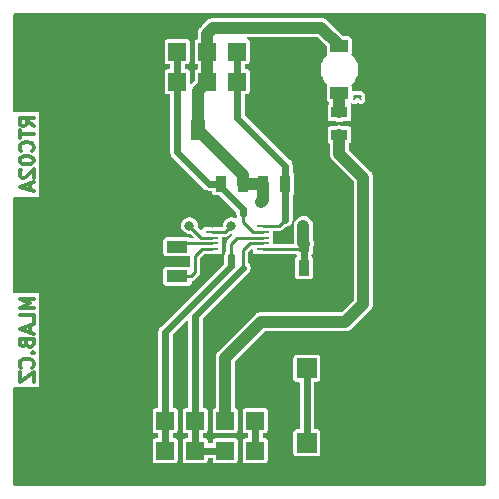
<source format=gbr>
%TF.GenerationSoftware,KiCad,Pcbnew,7.0.7-7.0.7~ubuntu23.04.1*%
%TF.CreationDate,2023-09-17T09:32:36+00:00*%
%TF.ProjectId,RTC02,52544330-322e-46b6-9963-61645f706362,rev?*%
%TF.SameCoordinates,Original*%
%TF.FileFunction,Copper,L2,Bot*%
%TF.FilePolarity,Positive*%
%FSLAX46Y46*%
G04 Gerber Fmt 4.6, Leading zero omitted, Abs format (unit mm)*
G04 Created by KiCad (PCBNEW 7.0.7-7.0.7~ubuntu23.04.1) date 2023-09-17 09:32:36*
%MOMM*%
%LPD*%
G01*
G04 APERTURE LIST*
%ADD10C,0.300000*%
%TA.AperFunction,NonConductor*%
%ADD11C,0.300000*%
%TD*%
%TA.AperFunction,EtchedComponent*%
%ADD12C,0.150000*%
%TD*%
%TA.AperFunction,ComponentPad*%
%ADD13R,1.524000X1.524000*%
%TD*%
%TA.AperFunction,ComponentPad*%
%ADD14C,6.000000*%
%TD*%
%TA.AperFunction,ComponentPad*%
%ADD15R,1.676400X1.676400*%
%TD*%
%TA.AperFunction,SMDPad,CuDef*%
%ADD16R,0.889000X1.397000*%
%TD*%
%TA.AperFunction,SMDPad,CuDef*%
%ADD17R,1.300480X1.699260*%
%TD*%
%TA.AperFunction,SMDPad,CuDef*%
%ADD18R,1.500000X1.050000*%
%TD*%
%TA.AperFunction,SMDPad,CuDef*%
%ADD19R,1.397000X0.889000*%
%TD*%
%TA.AperFunction,SMDPad,CuDef*%
%ADD20R,1.100000X0.250000*%
%TD*%
%TA.AperFunction,SMDPad,CuDef*%
%ADD21R,1.800000X1.000000*%
%TD*%
%TA.AperFunction,ViaPad*%
%ADD22C,0.800000*%
%TD*%
%TA.AperFunction,Conductor*%
%ADD23C,0.250000*%
%TD*%
%TA.AperFunction,Conductor*%
%ADD24C,0.600000*%
%TD*%
%TA.AperFunction,Conductor*%
%ADD25C,1.000000*%
%TD*%
G04 APERTURE END LIST*
D10*
D11*
X2063542Y16157142D02*
X863542Y16157142D01*
X863542Y16157142D02*
X1720685Y15757142D01*
X1720685Y15757142D02*
X863542Y15357142D01*
X863542Y15357142D02*
X2063542Y15357142D01*
X2063542Y14214285D02*
X2063542Y14785713D01*
X2063542Y14785713D02*
X863542Y14785713D01*
X1720685Y13871427D02*
X1720685Y13299999D01*
X2063542Y13985713D02*
X863542Y13585713D01*
X863542Y13585713D02*
X2063542Y13185713D01*
X1434971Y12385713D02*
X1492114Y12214285D01*
X1492114Y12214285D02*
X1549257Y12157142D01*
X1549257Y12157142D02*
X1663542Y12099999D01*
X1663542Y12099999D02*
X1834971Y12099999D01*
X1834971Y12099999D02*
X1949257Y12157142D01*
X1949257Y12157142D02*
X2006400Y12214285D01*
X2006400Y12214285D02*
X2063542Y12328570D01*
X2063542Y12328570D02*
X2063542Y12785713D01*
X2063542Y12785713D02*
X863542Y12785713D01*
X863542Y12785713D02*
X863542Y12385713D01*
X863542Y12385713D02*
X920685Y12271428D01*
X920685Y12271428D02*
X977828Y12214285D01*
X977828Y12214285D02*
X1092114Y12157142D01*
X1092114Y12157142D02*
X1206400Y12157142D01*
X1206400Y12157142D02*
X1320685Y12214285D01*
X1320685Y12214285D02*
X1377828Y12271428D01*
X1377828Y12271428D02*
X1434971Y12385713D01*
X1434971Y12385713D02*
X1434971Y12785713D01*
X1949257Y11585713D02*
X2006400Y11528570D01*
X2006400Y11528570D02*
X2063542Y11585713D01*
X2063542Y11585713D02*
X2006400Y11642856D01*
X2006400Y11642856D02*
X1949257Y11585713D01*
X1949257Y11585713D02*
X2063542Y11585713D01*
X1949257Y10328570D02*
X2006400Y10385713D01*
X2006400Y10385713D02*
X2063542Y10557141D01*
X2063542Y10557141D02*
X2063542Y10671427D01*
X2063542Y10671427D02*
X2006400Y10842856D01*
X2006400Y10842856D02*
X1892114Y10957141D01*
X1892114Y10957141D02*
X1777828Y11014284D01*
X1777828Y11014284D02*
X1549257Y11071427D01*
X1549257Y11071427D02*
X1377828Y11071427D01*
X1377828Y11071427D02*
X1149257Y11014284D01*
X1149257Y11014284D02*
X1034971Y10957141D01*
X1034971Y10957141D02*
X920685Y10842856D01*
X920685Y10842856D02*
X863542Y10671427D01*
X863542Y10671427D02*
X863542Y10557141D01*
X863542Y10557141D02*
X920685Y10385713D01*
X920685Y10385713D02*
X977828Y10328570D01*
X863542Y9928570D02*
X863542Y9128570D01*
X863542Y9128570D02*
X2063542Y9928570D01*
X2063542Y9928570D02*
X2063542Y9128570D01*
D10*
D11*
X2063542Y30790856D02*
X1492114Y31190856D01*
X2063542Y31476570D02*
X863542Y31476570D01*
X863542Y31476570D02*
X863542Y31019427D01*
X863542Y31019427D02*
X920685Y30905142D01*
X920685Y30905142D02*
X977828Y30847999D01*
X977828Y30847999D02*
X1092114Y30790856D01*
X1092114Y30790856D02*
X1263542Y30790856D01*
X1263542Y30790856D02*
X1377828Y30847999D01*
X1377828Y30847999D02*
X1434971Y30905142D01*
X1434971Y30905142D02*
X1492114Y31019427D01*
X1492114Y31019427D02*
X1492114Y31476570D01*
X863542Y30447999D02*
X863542Y29762285D01*
X2063542Y30105142D02*
X863542Y30105142D01*
X1949257Y28676570D02*
X2006400Y28733713D01*
X2006400Y28733713D02*
X2063542Y28905141D01*
X2063542Y28905141D02*
X2063542Y29019427D01*
X2063542Y29019427D02*
X2006400Y29190856D01*
X2006400Y29190856D02*
X1892114Y29305141D01*
X1892114Y29305141D02*
X1777828Y29362284D01*
X1777828Y29362284D02*
X1549257Y29419427D01*
X1549257Y29419427D02*
X1377828Y29419427D01*
X1377828Y29419427D02*
X1149257Y29362284D01*
X1149257Y29362284D02*
X1034971Y29305141D01*
X1034971Y29305141D02*
X920685Y29190856D01*
X920685Y29190856D02*
X863542Y29019427D01*
X863542Y29019427D02*
X863542Y28905141D01*
X863542Y28905141D02*
X920685Y28733713D01*
X920685Y28733713D02*
X977828Y28676570D01*
X863542Y27933713D02*
X863542Y27819427D01*
X863542Y27819427D02*
X920685Y27705141D01*
X920685Y27705141D02*
X977828Y27647999D01*
X977828Y27647999D02*
X1092114Y27590856D01*
X1092114Y27590856D02*
X1320685Y27533713D01*
X1320685Y27533713D02*
X1606400Y27533713D01*
X1606400Y27533713D02*
X1834971Y27590856D01*
X1834971Y27590856D02*
X1949257Y27647999D01*
X1949257Y27647999D02*
X2006400Y27705141D01*
X2006400Y27705141D02*
X2063542Y27819427D01*
X2063542Y27819427D02*
X2063542Y27933713D01*
X2063542Y27933713D02*
X2006400Y28047999D01*
X2006400Y28047999D02*
X1949257Y28105141D01*
X1949257Y28105141D02*
X1834971Y28162284D01*
X1834971Y28162284D02*
X1606400Y28219427D01*
X1606400Y28219427D02*
X1320685Y28219427D01*
X1320685Y28219427D02*
X1092114Y28162284D01*
X1092114Y28162284D02*
X977828Y28105141D01*
X977828Y28105141D02*
X920685Y28047999D01*
X920685Y28047999D02*
X863542Y27933713D01*
X977828Y27076570D02*
X920685Y27019427D01*
X920685Y27019427D02*
X863542Y26905142D01*
X863542Y26905142D02*
X863542Y26619427D01*
X863542Y26619427D02*
X920685Y26505142D01*
X920685Y26505142D02*
X977828Y26447999D01*
X977828Y26447999D02*
X1092114Y26390856D01*
X1092114Y26390856D02*
X1206400Y26390856D01*
X1206400Y26390856D02*
X1377828Y26447999D01*
X1377828Y26447999D02*
X2063542Y27133713D01*
X2063542Y27133713D02*
X2063542Y26390856D01*
X1720685Y25933713D02*
X1720685Y25362285D01*
X2063542Y26047999D02*
X863542Y25647999D01*
X863542Y25647999D02*
X2063542Y25247999D01*
D12*
%TO.C,D2*%
X29446220Y33345120D02*
X29751020Y33025080D01*
X29189680Y33337500D02*
X29758640Y33342580D01*
X29461460Y33307020D02*
X29189680Y33032700D01*
%TD*%
D13*
%TO.P,J1,1*%
%TO.N,GND*%
X21844000Y37084000D03*
%TO.P,J1,2*%
X21844000Y34544000D03*
%TO.P,J1,3*%
%TO.N,/SDA*%
X19304000Y37084000D03*
%TO.P,J1,4*%
X19304000Y34544000D03*
%TO.P,J1,5*%
%TO.N,VCC*%
X16764000Y37084000D03*
%TO.P,J1,6*%
X16764000Y34544000D03*
%TO.P,J1,7*%
%TO.N,/SCL*%
X14224000Y37084000D03*
%TO.P,J1,8*%
X14224000Y34544000D03*
%TO.P,J1,9*%
%TO.N,GND*%
X11684000Y37084000D03*
%TO.P,J1,10*%
X11684000Y34544000D03*
%TD*%
%TO.P,J2,1*%
%TO.N,/INTA*%
X18288000Y3302000D03*
%TO.P,J2,2*%
%TO.N,Net-(J2-Pad2)*%
X18288000Y5842000D03*
%TD*%
%TO.P,J3,1*%
%TO.N,/INTA*%
X15748000Y3302000D03*
%TO.P,J3,2*%
X15748000Y5842000D03*
%TD*%
%TO.P,J4,1*%
%TO.N,/CLK*%
X13208000Y3302000D03*
%TO.P,J4,2*%
X13208000Y5842000D03*
%TD*%
%TO.P,J5,1*%
%TO.N,/TS*%
X20828000Y3302000D03*
%TO.P,J5,2*%
X20828000Y5842000D03*
%TD*%
D14*
%TO.P,M1,1*%
%TO.N,GND*%
X5080000Y5080000D03*
%TD*%
%TO.P,M2,1*%
%TO.N,GND*%
X5080000Y35560000D03*
%TD*%
%TO.P,M3,1*%
%TO.N,GND*%
X35560000Y35560000D03*
%TD*%
%TO.P,M4,1*%
%TO.N,GND*%
X35560000Y5080000D03*
%TD*%
D15*
%TO.P,SW1,1*%
%TO.N,/TS*%
X25182000Y3962000D03*
X25182000Y10262000D03*
%TO.P,SW1,2*%
%TO.N,GND*%
X29682000Y3962000D03*
X29682000Y10262000D03*
%TD*%
D13*
%TO.P,J6,1*%
%TO.N,GND*%
X10668000Y3302000D03*
%TO.P,J6,2*%
X10668000Y5842000D03*
%TD*%
D16*
%TO.P,C1,1*%
%TO.N,VCC*%
X24955500Y20828000D03*
%TO.P,C1,2*%
%TO.N,GND*%
X26860500Y20828000D03*
%TD*%
%TO.P,C2,1*%
%TO.N,VCC*%
X24955500Y18796000D03*
%TO.P,C2,2*%
%TO.N,GND*%
X26860500Y18796000D03*
%TD*%
D17*
%TO.P,D1,1*%
%TO.N,VCC*%
X15974060Y30480000D03*
%TO.P,D1,2*%
%TO.N,GND*%
X12473940Y30480000D03*
%TD*%
D18*
%TO.P,D2,1*%
%TO.N,Net-(D2-Pad1)*%
X27940000Y33560000D03*
%TO.P,D2,2*%
%TO.N,VCC*%
X27940000Y37560000D03*
%TD*%
D19*
%TO.P,R1,1*%
%TO.N,Net-(D2-Pad1)*%
X27940000Y31940500D03*
%TO.P,R1,2*%
%TO.N,Net-(J2-Pad2)*%
X27940000Y30035500D03*
%TD*%
D20*
%TO.P,U1,1*%
%TO.N,Net-(U1-Pad1)*%
X17154000Y20336000D03*
%TO.P,U1,2*%
%TO.N,Net-(U1-Pad2)*%
X17154000Y20836000D03*
%TO.P,U1,3*%
%TO.N,Net-(BT1-Pad1)*%
X17154000Y21336000D03*
%TO.P,U1,4*%
%TO.N,/TS*%
X17154000Y21836000D03*
%TO.P,U1,5*%
%TO.N,GND*%
X17154000Y22336000D03*
%TO.P,U1,6*%
%TO.N,/SDA*%
X21454000Y22336000D03*
%TO.P,U1,7*%
%TO.N,/SCL*%
X21454000Y21836000D03*
%TO.P,U1,8*%
%TO.N,/CLK*%
X21454000Y21336000D03*
%TO.P,U1,9*%
%TO.N,/INTA*%
X21454000Y20836000D03*
%TO.P,U1,10*%
%TO.N,VCC*%
X21454000Y20336000D03*
%TD*%
D21*
%TO.P,Y1,1*%
%TO.N,Net-(U1-Pad2)*%
X14224000Y20554000D03*
%TO.P,Y1,2*%
%TO.N,Net-(U1-Pad1)*%
X14224000Y18054000D03*
%TD*%
D16*
%TO.P,R2,1*%
%TO.N,VCC*%
X19812000Y25908000D03*
%TO.P,R2,2*%
%TO.N,/SCL*%
X17907000Y25908000D03*
%TD*%
%TO.P,R3,1*%
%TO.N,VCC*%
X21463000Y25908000D03*
%TO.P,R3,2*%
%TO.N,/SDA*%
X23368000Y25908000D03*
%TD*%
D22*
%TO.N,Net-(BT1-Pad1)*%
X15240000Y22352000D03*
%TO.N,GND*%
X39116000Y19558000D03*
X9144000Y35560000D03*
X27940000Y19812000D03*
X17780000Y23876000D03*
X39116000Y18288000D03*
X12954000Y22352000D03*
X25908000Y23368000D03*
X23876000Y37592000D03*
X9144000Y4572000D03*
X9144000Y37084000D03*
X17272000Y12192000D03*
X16764000Y23876000D03*
X14224000Y16510000D03*
X27940000Y18796000D03*
X16764000Y24892000D03*
X35560000Y17272000D03*
X39116000Y22098000D03*
X24892000Y25908000D03*
X17272000Y13970000D03*
X33020000Y17272000D03*
X34290000Y17272000D03*
X15240000Y23876000D03*
X11938000Y20320000D03*
X26416000Y22352000D03*
X9144000Y5588000D03*
X12700000Y16510000D03*
X39116000Y20828000D03*
X27940000Y22352000D03*
X23876000Y36068000D03*
X38100000Y17272000D03*
X24892000Y24384000D03*
X27940000Y20828000D03*
X36830000Y17272000D03*
X9144000Y3048000D03*
X15240000Y24892000D03*
X12192000Y17526000D03*
X9144000Y34036000D03*
X23876000Y34544000D03*
X11938000Y21590000D03*
X12192000Y19050000D03*
%TO.N,VCC*%
X21336000Y24384000D03*
X24892000Y22352000D03*
%TO.N,/TS*%
X18796000Y22352000D03*
%TD*%
D23*
%TO.N,Net-(BT1-Pad1)*%
X16256000Y21336000D02*
X15240000Y22352000D01*
X17154000Y21336000D02*
X16256000Y21336000D01*
%TO.N,GND*%
X23876000Y36068000D02*
X23876000Y37592000D01*
X17154000Y22336000D02*
X17154000Y23250000D01*
D24*
X9144000Y37084000D02*
X9144000Y35560000D01*
D23*
X25908000Y24384000D02*
X27940000Y22352000D01*
X27940000Y20828000D02*
X27940000Y19812000D01*
X17154000Y23250000D02*
X17780000Y23876000D01*
D24*
X10668000Y5842000D02*
X9398000Y5842000D01*
X9398000Y5842000D02*
X9144000Y5588000D01*
D23*
X33020000Y17272000D02*
X34290000Y17272000D01*
X14478000Y23876000D02*
X12954000Y22352000D01*
X12192000Y17018000D02*
X12700000Y16510000D01*
X17272000Y12192000D02*
X17272000Y13970000D01*
X25908000Y23368000D02*
X25400000Y23876000D01*
X26860500Y20828000D02*
X26860500Y21907500D01*
X35560000Y17272000D02*
X36830000Y17272000D01*
X15240000Y23876000D02*
X14478000Y23876000D01*
X21844000Y34544000D02*
X23876000Y34544000D01*
X24892000Y24384000D02*
X25908000Y24384000D01*
X38100000Y17272000D02*
X39116000Y18288000D01*
X16764000Y23876000D02*
X15240000Y23876000D01*
X12192000Y17526000D02*
X12192000Y17018000D01*
X39116000Y19558000D02*
X39116000Y20828000D01*
X11938000Y20320000D02*
X11938000Y19304000D01*
X26860500Y21907500D02*
X26416000Y22352000D01*
X11938000Y19304000D02*
X12192000Y19050000D01*
D24*
X9144000Y4572000D02*
X9144000Y3048000D01*
D23*
X15240000Y24892000D02*
X16764000Y24892000D01*
X11938000Y21590000D02*
X11938000Y20320000D01*
X25908000Y23368000D02*
X24892000Y24384000D01*
D25*
%TO.N,VCC*%
X19812000Y25908000D02*
X21463000Y25908000D01*
X19812000Y26642060D02*
X15974060Y30480000D01*
X26384000Y39116000D02*
X27889999Y37610001D01*
X21463000Y24511000D02*
X21336000Y24384000D01*
X24892000Y22352000D02*
X24892000Y20891500D01*
X19812000Y25908000D02*
X19812000Y26642060D01*
D23*
X24463500Y20336000D02*
X24955500Y20828000D01*
D25*
X16764000Y37084000D02*
X16764000Y38608000D01*
X21463000Y25908000D02*
X21463000Y24511000D01*
D23*
X21454000Y20336000D02*
X24463500Y20336000D01*
D24*
X24955500Y18796000D02*
X24955500Y20828000D01*
D25*
X16764000Y37084000D02*
X16764000Y34544000D01*
X16764000Y38608000D02*
X17272000Y39116000D01*
X15974060Y30480000D02*
X15974060Y33754060D01*
X17272000Y39116000D02*
X26384000Y39116000D01*
X24892000Y20891500D02*
X24955500Y20828000D01*
X15974060Y33754060D02*
X16764000Y34544000D01*
X27889999Y37610001D02*
X27940000Y37610001D01*
%TO.N,Net-(D2-Pad1)*%
X27940000Y31940500D02*
X27940000Y33509999D01*
D24*
%TO.N,/SDA*%
X19304000Y37084000D02*
X19304000Y34544000D01*
X19304000Y31496000D02*
X23368000Y27432000D01*
D23*
X21454000Y22336000D02*
X22844000Y22336000D01*
D24*
X19304000Y34544000D02*
X19304000Y31496000D01*
D23*
X22844000Y22336000D02*
X23368000Y22860000D01*
D24*
X23368000Y27432000D02*
X23368000Y25908000D01*
X23368000Y22860000D02*
X23368000Y25908000D01*
D23*
%TO.N,/SCL*%
X21454000Y21836000D02*
X20654000Y21836000D01*
X20654000Y21836000D02*
X19812000Y22678000D01*
D24*
X17907000Y25654000D02*
X17907000Y25908000D01*
X14224000Y28546500D02*
X14224000Y29845000D01*
X17907000Y25908000D02*
X16862500Y25908000D01*
X14224000Y34544000D02*
X14224000Y29845000D01*
X19812000Y23368000D02*
X19812000Y23749000D01*
X19812000Y23749000D02*
X17907000Y25654000D01*
X16862500Y25908000D02*
X14224000Y28546500D01*
X14224000Y37084000D02*
X14224000Y34544000D01*
D23*
X19812000Y22678000D02*
X19812000Y23368000D01*
%TO.N,/INTA*%
X21454000Y20836000D02*
X20328000Y20836000D01*
D24*
X15748000Y14732000D02*
X15748000Y5842000D01*
X19812000Y18796000D02*
X15748000Y14732000D01*
D23*
X20328000Y20836000D02*
X19812000Y20320000D01*
X19812000Y20320000D02*
X19812000Y18796000D01*
D24*
X15748000Y3302000D02*
X18288000Y3302000D01*
X15748000Y3302000D02*
X15748000Y5842000D01*
D25*
%TO.N,Net-(J2-Pad2)*%
X18288000Y5842000D02*
X18288000Y11176000D01*
X29972000Y26416000D02*
X27940000Y28448000D01*
X29972000Y15748000D02*
X29972000Y26416000D01*
X21336000Y14224000D02*
X28448000Y14224000D01*
X28448000Y14224000D02*
X29972000Y15748000D01*
X27940000Y28448000D02*
X27940000Y30035500D01*
X18288000Y11176000D02*
X21336000Y14224000D01*
D23*
%TO.N,/CLK*%
X18796000Y20828000D02*
X18796000Y19812000D01*
D24*
X13208000Y13323384D02*
X18796000Y18911384D01*
X13208000Y3302000D02*
X13208000Y5842000D01*
D23*
X21454000Y21336000D02*
X19304000Y21336000D01*
X19304000Y21336000D02*
X18796000Y20828000D01*
D24*
X13208000Y5842000D02*
X13208000Y13323384D01*
X18796000Y18911384D02*
X18796000Y19812000D01*
%TO.N,/TS*%
X25182000Y5400200D02*
X25182000Y10262000D01*
D23*
X18280000Y21836000D02*
X18796000Y22352000D01*
D24*
X25182000Y3962000D02*
X25182000Y5400200D01*
X20828000Y3302000D02*
X20828000Y5842000D01*
D23*
X17154000Y21836000D02*
X18280000Y21836000D01*
%TO.N,Net-(U1-Pad1)*%
X15374000Y18054000D02*
X15748000Y18428000D01*
X14224000Y18054000D02*
X15374000Y18054000D01*
X15748000Y18428000D02*
X15748000Y19812000D01*
X16272000Y20336000D02*
X15748000Y19812000D01*
X17154000Y20336000D02*
X16272000Y20336000D01*
%TO.N,Net-(U1-Pad2)*%
X14506000Y20836000D02*
X14224000Y20554000D01*
X17154000Y20836000D02*
X14506000Y20836000D01*
%TD*%
%TA.AperFunction,Conductor*%
%TO.N,GND*%
G36*
X40269691Y40291593D02*
G01*
X40305655Y40242093D01*
X40310500Y40211500D01*
X40310500Y428500D01*
X40291593Y370309D01*
X40242093Y334345D01*
X40211500Y329500D01*
X428500Y329500D01*
X370309Y348407D01*
X334345Y397907D01*
X329500Y428500D01*
X329500Y2495139D01*
X12145500Y2495139D01*
X12145501Y2495136D01*
X12148414Y2470009D01*
X12193794Y2367235D01*
X12273235Y2287794D01*
X12376011Y2242414D01*
X12401131Y2239500D01*
X12401135Y2239500D01*
X14014860Y2239500D01*
X14014862Y2239500D01*
X14014864Y2239501D01*
X14017777Y2239838D01*
X14039990Y2242414D01*
X14097385Y2267756D01*
X14142765Y2287794D01*
X14222206Y2367235D01*
X14267585Y2470009D01*
X14270500Y2495135D01*
X14270499Y4108864D01*
X14267585Y4133991D01*
X14222206Y4236765D01*
X14142765Y4316206D01*
X14039991Y4361585D01*
X14014865Y4364500D01*
X13907498Y4364499D01*
X13849309Y4383406D01*
X13813345Y4432905D01*
X13808499Y4463499D01*
X13808499Y4680503D01*
X13827405Y4738690D01*
X13876905Y4774654D01*
X13907497Y4779500D01*
X14014861Y4779500D01*
X14014864Y4779501D01*
X14039990Y4782414D01*
X14097385Y4807756D01*
X14142765Y4827794D01*
X14222206Y4907235D01*
X14267585Y5010009D01*
X14270500Y5035135D01*
X14270499Y6648864D01*
X14267585Y6673991D01*
X14222206Y6776765D01*
X14142765Y6856206D01*
X14039991Y6901585D01*
X14014865Y6904500D01*
X13907499Y6904499D01*
X13849310Y6923406D01*
X13813346Y6972905D01*
X13808500Y7003499D01*
X13808500Y9378939D01*
X13808500Y13033644D01*
X13827406Y13091832D01*
X13837489Y13103638D01*
X14978496Y14244645D01*
X15033013Y14272422D01*
X15093445Y14262851D01*
X15136710Y14219586D01*
X15147500Y14174641D01*
X15147500Y7003499D01*
X15128593Y6945308D01*
X15079093Y6909344D01*
X15048500Y6904499D01*
X14941136Y6904499D01*
X14916009Y6901585D01*
X14813235Y6856206D01*
X14733794Y6776765D01*
X14733794Y6776764D01*
X14688414Y6673988D01*
X14685500Y6648869D01*
X14685500Y5035139D01*
X14685501Y5035136D01*
X14688414Y5010009D01*
X14733794Y4907235D01*
X14813235Y4827794D01*
X14916011Y4782414D01*
X14941130Y4779500D01*
X14941135Y4779500D01*
X15048500Y4779500D01*
X15106691Y4760593D01*
X15142655Y4711093D01*
X15147500Y4680500D01*
X15147500Y4463499D01*
X15128593Y4405308D01*
X15079093Y4369344D01*
X15048500Y4364499D01*
X14941136Y4364499D01*
X14916009Y4361585D01*
X14813235Y4316206D01*
X14733794Y4236765D01*
X14733794Y4236764D01*
X14688414Y4133988D01*
X14685500Y4108869D01*
X14685500Y2495139D01*
X14685501Y2495136D01*
X14688414Y2470009D01*
X14733794Y2367235D01*
X14813235Y2287794D01*
X14916011Y2242414D01*
X14941131Y2239500D01*
X14941135Y2239500D01*
X16554860Y2239500D01*
X16554862Y2239500D01*
X16554864Y2239501D01*
X16557777Y2239838D01*
X16579990Y2242414D01*
X16637385Y2267756D01*
X16682765Y2287794D01*
X16762206Y2367235D01*
X16807585Y2470009D01*
X16810500Y2495135D01*
X16810500Y2602500D01*
X16829407Y2660691D01*
X16878907Y2696655D01*
X16909500Y2701500D01*
X17126501Y2701500D01*
X17184692Y2682593D01*
X17220656Y2633093D01*
X17225501Y2602500D01*
X17225501Y2495136D01*
X17228414Y2470009D01*
X17273794Y2367235D01*
X17353235Y2287794D01*
X17456011Y2242414D01*
X17481131Y2239500D01*
X17481135Y2239500D01*
X19094860Y2239500D01*
X19094862Y2239500D01*
X19094864Y2239501D01*
X19097777Y2239838D01*
X19119990Y2242414D01*
X19177385Y2267756D01*
X19222765Y2287794D01*
X19302206Y2367235D01*
X19347585Y2470009D01*
X19350500Y2495135D01*
X19350500Y2495139D01*
X19765500Y2495139D01*
X19765501Y2495136D01*
X19768414Y2470009D01*
X19813794Y2367235D01*
X19893235Y2287794D01*
X19996011Y2242414D01*
X20021131Y2239500D01*
X20021135Y2239500D01*
X21634860Y2239500D01*
X21634862Y2239500D01*
X21634864Y2239501D01*
X21637777Y2239838D01*
X21659990Y2242414D01*
X21717385Y2267756D01*
X21762765Y2287794D01*
X21842206Y2367235D01*
X21887585Y2470009D01*
X21890500Y2495135D01*
X21890500Y3078939D01*
X24043300Y3078939D01*
X24043301Y3078936D01*
X24046214Y3053809D01*
X24091594Y2951035D01*
X24171035Y2871594D01*
X24273811Y2826214D01*
X24298931Y2823300D01*
X24298935Y2823300D01*
X26065060Y2823300D01*
X26065062Y2823300D01*
X26065064Y2823301D01*
X26067977Y2823638D01*
X26090190Y2826214D01*
X26147585Y2851556D01*
X26192965Y2871594D01*
X26272406Y2951035D01*
X26317785Y3053809D01*
X26320700Y3078935D01*
X26320699Y4845064D01*
X26317785Y4870191D01*
X26272406Y4972965D01*
X26192965Y5052406D01*
X26090191Y5097785D01*
X26065065Y5100700D01*
X25881499Y5100699D01*
X25823310Y5119606D01*
X25787346Y5169106D01*
X25782500Y5199699D01*
X25782500Y9024300D01*
X25801407Y9082491D01*
X25850907Y9118455D01*
X25881499Y9123300D01*
X26065059Y9123300D01*
X26065064Y9123301D01*
X26090190Y9126214D01*
X26147585Y9151556D01*
X26192965Y9171594D01*
X26272406Y9251035D01*
X26317785Y9353809D01*
X26320700Y9378935D01*
X26320699Y11145064D01*
X26317785Y11170191D01*
X26272406Y11272965D01*
X26192965Y11352406D01*
X26090191Y11397785D01*
X26065065Y11400700D01*
X24298936Y11400699D01*
X24273809Y11397785D01*
X24171035Y11352406D01*
X24091594Y11272965D01*
X24068629Y11220954D01*
X24046214Y11170188D01*
X24043300Y11145069D01*
X24043300Y9378939D01*
X24043301Y9378936D01*
X24046214Y9353809D01*
X24091594Y9251035D01*
X24171035Y9171594D01*
X24273811Y9126214D01*
X24298930Y9123300D01*
X24298935Y9123300D01*
X24482500Y9123300D01*
X24540691Y9104393D01*
X24576655Y9054893D01*
X24581500Y9024300D01*
X24581500Y5199699D01*
X24562593Y5141508D01*
X24513093Y5105544D01*
X24482500Y5100699D01*
X24298936Y5100699D01*
X24273809Y5097785D01*
X24171035Y5052406D01*
X24091594Y4972965D01*
X24046215Y4870191D01*
X24046214Y4870188D01*
X24043300Y4845069D01*
X24043300Y3078939D01*
X21890500Y3078939D01*
X21890499Y4108864D01*
X21887585Y4133991D01*
X21842206Y4236765D01*
X21762765Y4316206D01*
X21659991Y4361585D01*
X21634865Y4364500D01*
X21527499Y4364499D01*
X21469310Y4383406D01*
X21433346Y4432905D01*
X21428500Y4463499D01*
X21428500Y4680500D01*
X21447407Y4738691D01*
X21496907Y4774655D01*
X21527499Y4779500D01*
X21634861Y4779500D01*
X21634864Y4779501D01*
X21659990Y4782414D01*
X21717385Y4807756D01*
X21762765Y4827794D01*
X21842206Y4907235D01*
X21887585Y5010009D01*
X21890500Y5035135D01*
X21890499Y6648864D01*
X21887585Y6673991D01*
X21842206Y6776765D01*
X21762765Y6856206D01*
X21659991Y6901585D01*
X21634865Y6904500D01*
X20021136Y6904499D01*
X19996009Y6901585D01*
X19893235Y6856206D01*
X19813794Y6776765D01*
X19813794Y6776764D01*
X19768414Y6673988D01*
X19765500Y6648869D01*
X19765500Y5035139D01*
X19765501Y5035136D01*
X19768414Y5010009D01*
X19813794Y4907235D01*
X19893235Y4827794D01*
X19996011Y4782414D01*
X20021130Y4779500D01*
X20021135Y4779500D01*
X20128500Y4779500D01*
X20186691Y4760593D01*
X20222655Y4711093D01*
X20227500Y4680500D01*
X20227500Y4463499D01*
X20208593Y4405308D01*
X20159093Y4369344D01*
X20128500Y4364499D01*
X20021136Y4364499D01*
X19996009Y4361585D01*
X19893235Y4316206D01*
X19813794Y4236765D01*
X19813794Y4236764D01*
X19768414Y4133988D01*
X19765500Y4108869D01*
X19765500Y2495139D01*
X19350500Y2495139D01*
X19350499Y4108864D01*
X19347585Y4133991D01*
X19302206Y4236765D01*
X19222765Y4316206D01*
X19119991Y4361585D01*
X19094865Y4364500D01*
X17481136Y4364499D01*
X17456009Y4361585D01*
X17353235Y4316206D01*
X17273794Y4236765D01*
X17273794Y4236764D01*
X17228414Y4133988D01*
X17225500Y4108869D01*
X17225500Y4001500D01*
X17206593Y3943309D01*
X17157093Y3907345D01*
X17126500Y3902500D01*
X16909499Y3902500D01*
X16851308Y3921407D01*
X16815344Y3970907D01*
X16810499Y4001500D01*
X16810499Y4108860D01*
X16810499Y4108864D01*
X16807585Y4133991D01*
X16762206Y4236765D01*
X16682765Y4316206D01*
X16579991Y4361585D01*
X16554865Y4364500D01*
X16447498Y4364499D01*
X16389309Y4383406D01*
X16353345Y4432905D01*
X16348500Y4463492D01*
X16348500Y4680500D01*
X16367408Y4738691D01*
X16416908Y4774655D01*
X16447499Y4779500D01*
X16554861Y4779500D01*
X16554864Y4779501D01*
X16579990Y4782414D01*
X16637385Y4807756D01*
X16682765Y4827794D01*
X16762206Y4907235D01*
X16807585Y5010009D01*
X16810500Y5035135D01*
X16810500Y5035139D01*
X17225500Y5035139D01*
X17225501Y5035136D01*
X17228414Y5010009D01*
X17273794Y4907235D01*
X17353235Y4827794D01*
X17456011Y4782414D01*
X17481131Y4779500D01*
X17481135Y4779500D01*
X19094860Y4779500D01*
X19094862Y4779500D01*
X19094864Y4779501D01*
X19097777Y4779838D01*
X19119990Y4782414D01*
X19177385Y4807756D01*
X19222765Y4827794D01*
X19302206Y4907235D01*
X19347585Y5010009D01*
X19350500Y5035135D01*
X19350499Y6648864D01*
X19347585Y6673991D01*
X19302206Y6776765D01*
X19222765Y6856206D01*
X19147511Y6889433D01*
X19101917Y6930232D01*
X19088500Y6979997D01*
X19088500Y10803413D01*
X19107407Y10861604D01*
X19117496Y10873417D01*
X21638582Y13394504D01*
X21693099Y13422281D01*
X21708586Y13423500D01*
X28538195Y13423500D01*
X28579589Y13432947D01*
X28585064Y13433877D01*
X28627249Y13438630D01*
X28627256Y13438632D01*
X28651219Y13447017D01*
X28667326Y13452653D01*
X28672659Y13454189D01*
X28714061Y13463640D01*
X28752314Y13482061D01*
X28757445Y13484187D01*
X28797524Y13498211D01*
X28833477Y13520803D01*
X28838322Y13523481D01*
X28876587Y13541909D01*
X28876589Y13541910D01*
X28876590Y13541911D01*
X28909774Y13568375D01*
X28914306Y13571591D01*
X28950258Y13594181D01*
X28950263Y13594185D01*
X29077817Y13721738D01*
X30569826Y15213747D01*
X30601817Y15245739D01*
X30624405Y15281689D01*
X30627620Y15286219D01*
X30654090Y15319412D01*
X30654091Y15319413D01*
X30672510Y15357662D01*
X30675196Y15362522D01*
X30697789Y15398478D01*
X30711815Y15438562D01*
X30713935Y15443681D01*
X30732359Y15481939D01*
X30741807Y15523334D01*
X30743340Y15528656D01*
X30757368Y15568745D01*
X30762123Y15610949D01*
X30763049Y15616402D01*
X30772500Y15657805D01*
X30772500Y15838194D01*
X30772500Y26460954D01*
X30772500Y26506194D01*
X30763049Y26547596D01*
X30762123Y26553050D01*
X30757368Y26595255D01*
X30743345Y26635327D01*
X30741808Y26640663D01*
X30732362Y26682054D01*
X30732361Y26682055D01*
X30732360Y26682061D01*
X30713932Y26720324D01*
X30711816Y26725431D01*
X30697789Y26765522D01*
X30675191Y26801484D01*
X30672516Y26806324D01*
X30654091Y26844587D01*
X30627612Y26877789D01*
X30624407Y26882307D01*
X30612669Y26900989D01*
X30601816Y26918262D01*
X30528494Y26991584D01*
X30474262Y27045817D01*
X28769496Y28750582D01*
X28741719Y28805099D01*
X28740500Y28820586D01*
X28740500Y29243039D01*
X28759407Y29301230D01*
X28799508Y29333602D01*
X28811262Y29338792D01*
X28811263Y29338793D01*
X28811265Y29338794D01*
X28890706Y29418235D01*
X28936085Y29521009D01*
X28939000Y29546135D01*
X28938999Y30524864D01*
X28936085Y30549991D01*
X28890706Y30652765D01*
X28811265Y30732206D01*
X28708491Y30777585D01*
X28683365Y30780500D01*
X28251439Y30780499D01*
X28218743Y30786054D01*
X28119255Y30820868D01*
X27940000Y30841065D01*
X27760745Y30820868D01*
X27760742Y30820867D01*
X27760738Y30820866D01*
X27661255Y30786055D01*
X27628557Y30780499D01*
X27196636Y30780499D01*
X27171509Y30777585D01*
X27068735Y30732206D01*
X26989294Y30652765D01*
X26943915Y30549991D01*
X26943914Y30549988D01*
X26941000Y30524869D01*
X26941000Y29546139D01*
X26941001Y29546136D01*
X26943914Y29521009D01*
X26989294Y29418235D01*
X27068737Y29338792D01*
X27080492Y29333602D01*
X27126086Y29292799D01*
X27139500Y29243039D01*
X27139500Y28538194D01*
X27139500Y28357806D01*
X27148031Y28320423D01*
X27148947Y28316411D01*
X27149877Y28310936D01*
X27154630Y28268750D01*
X27154632Y28268744D01*
X27168654Y28228666D01*
X27170191Y28223331D01*
X27179640Y28181938D01*
X27198062Y28143681D01*
X27200186Y28138552D01*
X27214208Y28098484D01*
X27214213Y28098472D01*
X27236803Y28062519D01*
X27239488Y28057660D01*
X27257906Y28019416D01*
X27257909Y28019411D01*
X27284379Y27986219D01*
X27287592Y27981691D01*
X27310185Y27945736D01*
X27356097Y27899823D01*
X27356098Y27899823D01*
X29142504Y26113418D01*
X29170281Y26058901D01*
X29171500Y26043414D01*
X29171500Y16120586D01*
X29152593Y16062395D01*
X29142504Y16050582D01*
X28145418Y15053496D01*
X28090901Y15025719D01*
X28075414Y15024500D01*
X21426194Y15024500D01*
X21245806Y15024500D01*
X21204399Y15015049D01*
X21198951Y15014123D01*
X21156745Y15009368D01*
X21116660Y14995341D01*
X21111339Y14993809D01*
X21069939Y14984360D01*
X21031665Y14965927D01*
X21026561Y14963814D01*
X20998517Y14954001D01*
X20986477Y14949789D01*
X20986473Y14949787D01*
X20959662Y14932939D01*
X20950526Y14927199D01*
X20945671Y14924515D01*
X20907413Y14906092D01*
X20907410Y14906090D01*
X20874217Y14879619D01*
X20869686Y14876404D01*
X20833738Y14853816D01*
X20754984Y14775064D01*
X20754973Y14775051D01*
X17785738Y11805817D01*
X17658185Y11678263D01*
X17658181Y11678258D01*
X17635591Y11642306D01*
X17632375Y11637774D01*
X17605911Y11604590D01*
X17605910Y11604589D01*
X17605909Y11604587D01*
X17587481Y11566322D01*
X17584803Y11561477D01*
X17562211Y11525524D01*
X17548187Y11485445D01*
X17546061Y11480314D01*
X17527640Y11442061D01*
X17518189Y11400659D01*
X17516652Y11395323D01*
X17502632Y11355256D01*
X17502630Y11355249D01*
X17497877Y11313064D01*
X17496947Y11307589D01*
X17487500Y11266195D01*
X17487500Y6979998D01*
X17468593Y6921807D01*
X17428488Y6889433D01*
X17353235Y6856206D01*
X17273794Y6776765D01*
X17273794Y6776764D01*
X17228414Y6673988D01*
X17225500Y6648869D01*
X17225500Y5035139D01*
X16810500Y5035139D01*
X16810499Y6648864D01*
X16807585Y6673991D01*
X16762206Y6776765D01*
X16682765Y6856206D01*
X16579991Y6901585D01*
X16554865Y6904500D01*
X16447498Y6904499D01*
X16389309Y6923406D01*
X16353345Y6972905D01*
X16348499Y7003492D01*
X16348499Y14442257D01*
X16367406Y14500448D01*
X16377495Y14512261D01*
X17985820Y16120586D01*
X20264450Y18399215D01*
X20264455Y18399221D01*
X20336535Y18493157D01*
X20336537Y18493161D01*
X20397042Y18639233D01*
X20397044Y18639238D01*
X20412522Y18756809D01*
X20417682Y18795999D01*
X20417682Y18796000D01*
X20410364Y18851585D01*
X20397044Y18952762D01*
X20336536Y19098841D01*
X20257957Y19201246D01*
X20237534Y19258922D01*
X20237500Y19261513D01*
X20237500Y20102745D01*
X20256407Y20160936D01*
X20266496Y20172748D01*
X20336164Y20242416D01*
X20434496Y20340749D01*
X20489013Y20368527D01*
X20549445Y20358956D01*
X20592710Y20315691D01*
X20603500Y20270747D01*
X20603500Y20166138D01*
X20603501Y20166135D01*
X20606414Y20141009D01*
X20651794Y20038235D01*
X20731235Y19958794D01*
X20834011Y19913414D01*
X20859130Y19910500D01*
X20859135Y19910500D01*
X21420509Y19910500D01*
X21420512Y19910500D01*
X24255999Y19910500D01*
X24314190Y19891593D01*
X24350154Y19842093D01*
X24354999Y19811500D01*
X24354999Y19804477D01*
X24336092Y19746286D01*
X24326008Y19734479D01*
X24258794Y19667265D01*
X24252467Y19652935D01*
X24213414Y19564488D01*
X24210500Y19539369D01*
X24210500Y18052639D01*
X24210501Y18052636D01*
X24213414Y18027509D01*
X24258794Y17924735D01*
X24338235Y17845294D01*
X24441011Y17799914D01*
X24466131Y17797000D01*
X24466135Y17797000D01*
X25444860Y17797000D01*
X25444862Y17797000D01*
X25444864Y17797001D01*
X25447777Y17797338D01*
X25469990Y17799914D01*
X25527385Y17825256D01*
X25572765Y17845294D01*
X25652206Y17924735D01*
X25697585Y18027509D01*
X25700500Y18052635D01*
X25700499Y19539364D01*
X25697585Y19564491D01*
X25652206Y19667265D01*
X25584994Y19734476D01*
X25557219Y19788991D01*
X25556000Y19804478D01*
X25556000Y19819522D01*
X25574907Y19877713D01*
X25584990Y19889519D01*
X25652206Y19956735D01*
X25697585Y20059509D01*
X25700500Y20084635D01*
X25700499Y20507445D01*
X25710303Y20550399D01*
X25715858Y20561935D01*
X25715861Y20561943D01*
X25756000Y20737805D01*
X25756000Y20918193D01*
X25755536Y20920225D01*
X25715860Y21094061D01*
X25713546Y21098865D01*
X25710305Y21105596D01*
X25700499Y21148554D01*
X25700499Y21571360D01*
X25700499Y21571364D01*
X25697585Y21596491D01*
X25697583Y21596495D01*
X25695974Y21602412D01*
X25692500Y21628406D01*
X25692500Y22396953D01*
X25692499Y22396970D01*
X25677369Y22531249D01*
X25677368Y22531251D01*
X25677368Y22531255D01*
X25617789Y22701522D01*
X25521816Y22854262D01*
X25394262Y22981816D01*
X25241522Y23077789D01*
X25071255Y23137368D01*
X24892000Y23157565D01*
X24712745Y23137368D01*
X24712742Y23137367D01*
X24712738Y23137366D01*
X24643145Y23113014D01*
X24542478Y23077789D01*
X24542476Y23077788D01*
X24437441Y23011790D01*
X24389738Y22981816D01*
X24262184Y22854262D01*
X24262182Y22854259D01*
X24262181Y22854258D01*
X24166211Y22701523D01*
X24166211Y22701522D01*
X24106633Y22531261D01*
X24106630Y22531249D01*
X24091500Y22396970D01*
X24091500Y20860500D01*
X24072593Y20802309D01*
X24023093Y20766345D01*
X23992500Y20761500D01*
X22403500Y20761500D01*
X22345309Y20780407D01*
X22309345Y20829907D01*
X22304500Y20860499D01*
X22304499Y21005861D01*
X22304499Y21005864D01*
X22301585Y21030991D01*
X22294953Y21046011D01*
X22288744Y21106880D01*
X22294952Y21125987D01*
X22301585Y21141009D01*
X22304500Y21166135D01*
X22304499Y21505864D01*
X22301585Y21530991D01*
X22294953Y21546011D01*
X22288744Y21606880D01*
X22294952Y21625987D01*
X22296020Y21628406D01*
X22301585Y21641009D01*
X22304500Y21666135D01*
X22304499Y21811500D01*
X22323406Y21869690D01*
X22372906Y21905654D01*
X22403499Y21910500D01*
X22911391Y21910500D01*
X22911393Y21910500D01*
X22936229Y21918570D01*
X22951329Y21922195D01*
X22977126Y21926281D01*
X22977127Y21926281D01*
X23000391Y21938135D01*
X23014741Y21944079D01*
X23039579Y21952150D01*
X23039581Y21952151D01*
X23060705Y21967499D01*
X23073950Y21975615D01*
X23097218Y21987470D01*
X23097219Y21987471D01*
X23192529Y22082780D01*
X23339707Y22229959D01*
X23394224Y22257736D01*
X23396789Y22258108D01*
X23524758Y22274955D01*
X23524766Y22274957D01*
X23670838Y22335462D01*
X23670839Y22335462D01*
X23796276Y22431713D01*
X23796277Y22431714D01*
X23796282Y22431718D01*
X23892536Y22557159D01*
X23892537Y22557160D01*
X23892537Y22557161D01*
X23953042Y22703233D01*
X23953044Y22703238D01*
X23968500Y22820639D01*
X23968500Y24899522D01*
X23987407Y24957713D01*
X23997490Y24969519D01*
X24064706Y25036735D01*
X24110085Y25139509D01*
X24113000Y25164635D01*
X24112999Y26651364D01*
X24110085Y26676491D01*
X24064706Y26779265D01*
X23997495Y26846475D01*
X23969719Y26900989D01*
X23968500Y26916477D01*
X23968500Y27389390D01*
X23968924Y27395858D01*
X23973682Y27431999D01*
X23973682Y27432000D01*
X23953044Y27588762D01*
X23892536Y27734841D01*
X23890069Y27740798D01*
X23882587Y27747804D01*
X23796282Y27860282D01*
X23767357Y27882475D01*
X23762490Y27886744D01*
X22063725Y29585509D01*
X19933494Y31715740D01*
X19905719Y31770255D01*
X19904500Y31785742D01*
X19904500Y33382500D01*
X19923407Y33440691D01*
X19972907Y33476655D01*
X20003499Y33481500D01*
X20110861Y33481500D01*
X20110864Y33481501D01*
X20135990Y33484414D01*
X20193384Y33509756D01*
X20238765Y33529794D01*
X20318206Y33609235D01*
X20363585Y33712009D01*
X20366500Y33737135D01*
X20366499Y35350864D01*
X20363585Y35375991D01*
X20318206Y35478765D01*
X20238765Y35558206D01*
X20135991Y35603585D01*
X20110865Y35606500D01*
X20003499Y35606499D01*
X19945310Y35625406D01*
X19909346Y35674905D01*
X19904500Y35705499D01*
X19904500Y35922500D01*
X19923407Y35980691D01*
X19972907Y36016655D01*
X20003499Y36021500D01*
X20110861Y36021500D01*
X20110864Y36021501D01*
X20135990Y36024414D01*
X20207780Y36056113D01*
X20238765Y36069794D01*
X20318206Y36149235D01*
X20363585Y36252009D01*
X20366500Y36277135D01*
X20366499Y37890864D01*
X20363585Y37915991D01*
X20318206Y38018765D01*
X20238765Y38098206D01*
X20175961Y38125936D01*
X20130367Y38166736D01*
X20117462Y38226545D01*
X20142176Y38282517D01*
X20195069Y38313273D01*
X20215951Y38315500D01*
X26011414Y38315500D01*
X26069605Y38296593D01*
X26081418Y38286503D01*
X26860504Y37507415D01*
X26888281Y37452899D01*
X26889500Y37437412D01*
X26889500Y36990139D01*
X26889501Y36990136D01*
X26892414Y36965009D01*
X26925152Y36890867D01*
X26931360Y36829997D01*
X26900604Y36777104D01*
X26898900Y36775614D01*
X26804776Y36695224D01*
X26804770Y36695217D01*
X26804767Y36695214D01*
X26641168Y36503664D01*
X26641162Y36503656D01*
X26509535Y36288862D01*
X26509532Y36288856D01*
X26413127Y36056113D01*
X26354316Y35811146D01*
X26334551Y35560000D01*
X26354316Y35308853D01*
X26413127Y35063886D01*
X26509532Y34831143D01*
X26509535Y34831137D01*
X26641162Y34616343D01*
X26641168Y34616335D01*
X26804767Y34424785D01*
X26804779Y34424773D01*
X26898883Y34344400D01*
X26930852Y34292230D01*
X26926051Y34231234D01*
X26925172Y34229179D01*
X26899612Y34171290D01*
X26892414Y34154988D01*
X26889500Y34129869D01*
X26889500Y32990139D01*
X26889501Y32990136D01*
X26892414Y32965009D01*
X26937794Y32862235D01*
X27017236Y32782793D01*
X27021751Y32780800D01*
X27067344Y32739997D01*
X27080247Y32680187D01*
X27055530Y32624216D01*
X27051762Y32620234D01*
X26999126Y32567597D01*
X26989294Y32557765D01*
X26943915Y32454991D01*
X26943914Y32454988D01*
X26941000Y32429869D01*
X26941000Y31451139D01*
X26941001Y31451136D01*
X26943914Y31426009D01*
X26989294Y31323235D01*
X27068735Y31243794D01*
X27171511Y31198414D01*
X27196630Y31195500D01*
X27196635Y31195500D01*
X27628557Y31195500D01*
X27661254Y31189945D01*
X27760743Y31155132D01*
X27760742Y31155132D01*
X27940000Y31134935D01*
X28119257Y31155132D01*
X28218746Y31189945D01*
X28251443Y31195500D01*
X28683360Y31195500D01*
X28683362Y31195500D01*
X28683364Y31195501D01*
X28686277Y31195838D01*
X28708490Y31198414D01*
X28765885Y31223756D01*
X28811265Y31243794D01*
X28890706Y31323235D01*
X28936085Y31426009D01*
X28939000Y31451135D01*
X28938999Y32429864D01*
X28936085Y32454991D01*
X28890706Y32557765D01*
X28890704Y32557766D01*
X28887000Y32566157D01*
X28890262Y32567597D01*
X28877700Y32610121D01*
X28898166Y32667782D01*
X28948615Y32702401D01*
X29009778Y32700756D01*
X29026942Y32692741D01*
X29052943Y32677412D01*
X29052947Y32677410D01*
X29175716Y32652264D01*
X29175717Y32652264D01*
X29175718Y32652264D01*
X29237860Y32660303D01*
X29300004Y32668343D01*
X29300005Y32668344D01*
X29419683Y32727543D01*
X29420351Y32726192D01*
X29469869Y32742082D01*
X29527990Y32722964D01*
X29528982Y32722228D01*
X29575532Y32687247D01*
X29694731Y32648572D01*
X29694735Y32648572D01*
X29820033Y32650695D01*
X29937858Y32693390D01*
X29973640Y32722228D01*
X30035434Y32772029D01*
X30102190Y32878089D01*
X30130890Y33000078D01*
X30118426Y33124777D01*
X30113681Y33135112D01*
X30106589Y33195884D01*
X30112642Y33215370D01*
X30128503Y33252425D01*
X30137737Y33377403D01*
X30105889Y33498609D01*
X30036411Y33602906D01*
X29936833Y33678993D01*
X29817945Y33718624D01*
X29536069Y33716106D01*
X29504631Y33720938D01*
X29502505Y33721628D01*
X29379401Y33719541D01*
X29377203Y33719504D01*
X29369138Y33718017D01*
X29369057Y33718454D01*
X29346656Y33714415D01*
X29155215Y33712707D01*
X29106664Y33704159D01*
X29046078Y33712689D01*
X29002075Y33755204D01*
X28990499Y33801659D01*
X28990499Y34129860D01*
X28990499Y34129864D01*
X28987585Y34154991D01*
X28974205Y34185291D01*
X28954849Y34229132D01*
X28948640Y34290001D01*
X28979396Y34342895D01*
X28981117Y34344400D01*
X29075220Y34424773D01*
X29075224Y34424776D01*
X29238836Y34616341D01*
X29370466Y34831141D01*
X29466873Y35063889D01*
X29525683Y35308852D01*
X29545449Y35560000D01*
X29525683Y35811148D01*
X29466873Y36056111D01*
X29370466Y36288859D01*
X29238836Y36503659D01*
X29075224Y36695224D01*
X28981114Y36775600D01*
X28949148Y36827766D01*
X28953948Y36888763D01*
X28954823Y36890810D01*
X28987585Y36965009D01*
X28990500Y36990135D01*
X28990499Y38129864D01*
X28987585Y38154991D01*
X28942206Y38257765D01*
X28862765Y38337206D01*
X28759991Y38382585D01*
X28734865Y38385500D01*
X28287584Y38385499D01*
X28229394Y38404406D01*
X28217588Y38414489D01*
X26918252Y39713826D01*
X26918251Y39713826D01*
X26886262Y39745816D01*
X26850304Y39768408D01*
X26845789Y39771612D01*
X26812587Y39798091D01*
X26774324Y39816516D01*
X26769484Y39819191D01*
X26733522Y39841789D01*
X26693431Y39855816D01*
X26688324Y39857932D01*
X26650061Y39876360D01*
X26650055Y39876361D01*
X26650054Y39876362D01*
X26631232Y39880657D01*
X26608654Y39885810D01*
X26603327Y39887345D01*
X26563255Y39901368D01*
X26521050Y39906123D01*
X26515596Y39907049D01*
X26474194Y39916500D01*
X26428954Y39916500D01*
X17362194Y39916500D01*
X17181805Y39916500D01*
X17140402Y39907049D01*
X17134949Y39906123D01*
X17092745Y39901368D01*
X17092742Y39901367D01*
X17092741Y39901367D01*
X17075315Y39895269D01*
X17052656Y39887340D01*
X17047334Y39885807D01*
X17023747Y39880423D01*
X17005946Y39876361D01*
X17005943Y39876360D01*
X17005939Y39876359D01*
X16967681Y39857935D01*
X16962562Y39855815D01*
X16922478Y39841789D01*
X16886515Y39819192D01*
X16881663Y39816511D01*
X16843413Y39798091D01*
X16833638Y39790296D01*
X16810219Y39771620D01*
X16805689Y39768405D01*
X16769739Y39745817D01*
X16737747Y39713826D01*
X16261738Y39237817D01*
X16134185Y39110263D01*
X16134181Y39110258D01*
X16111591Y39074306D01*
X16108375Y39069774D01*
X16081911Y39036590D01*
X16081910Y39036589D01*
X16081909Y39036587D01*
X16063481Y38998322D01*
X16060803Y38993477D01*
X16038211Y38957524D01*
X16024187Y38917445D01*
X16022061Y38912314D01*
X16003640Y38874061D01*
X15994189Y38832659D01*
X15992652Y38827323D01*
X15978632Y38787256D01*
X15978630Y38787249D01*
X15973877Y38745064D01*
X15972947Y38739589D01*
X15963500Y38698195D01*
X15963500Y38221998D01*
X15944593Y38163807D01*
X15904488Y38131433D01*
X15829235Y38098206D01*
X15749794Y38018765D01*
X15749794Y38018764D01*
X15704414Y37915988D01*
X15701500Y37890869D01*
X15701500Y36277139D01*
X15701501Y36277136D01*
X15704414Y36252009D01*
X15749794Y36149235D01*
X15829235Y36069794D01*
X15904488Y36036566D01*
X15950084Y35995766D01*
X15963500Y35946002D01*
X15963500Y35681998D01*
X15944593Y35623807D01*
X15904488Y35591433D01*
X15829235Y35558206D01*
X15749794Y35478765D01*
X15749794Y35478764D01*
X15704414Y35375988D01*
X15701500Y35350869D01*
X15701500Y34654586D01*
X15682593Y34596395D01*
X15672504Y34584582D01*
X15471799Y34383878D01*
X15455505Y34367583D01*
X15400989Y34339803D01*
X15340557Y34349373D01*
X15297291Y34392636D01*
X15286499Y34437584D01*
X15286499Y35350860D01*
X15286499Y35350864D01*
X15283585Y35375991D01*
X15238206Y35478765D01*
X15158765Y35558206D01*
X15055991Y35603585D01*
X15030865Y35606500D01*
X14923498Y35606499D01*
X14865309Y35625406D01*
X14829345Y35674905D01*
X14824500Y35705492D01*
X14824500Y35922503D01*
X14843406Y35980691D01*
X14892906Y36016655D01*
X14923498Y36021500D01*
X15030861Y36021500D01*
X15030864Y36021501D01*
X15055990Y36024414D01*
X15127780Y36056113D01*
X15158765Y36069794D01*
X15238206Y36149235D01*
X15283585Y36252009D01*
X15286500Y36277135D01*
X15286499Y37890864D01*
X15283585Y37915991D01*
X15238206Y38018765D01*
X15158765Y38098206D01*
X15055991Y38143585D01*
X15030865Y38146500D01*
X13417136Y38146499D01*
X13392009Y38143585D01*
X13289235Y38098206D01*
X13209794Y38018765D01*
X13209794Y38018764D01*
X13164414Y37915988D01*
X13161500Y37890869D01*
X13161500Y36277139D01*
X13161501Y36277136D01*
X13164414Y36252009D01*
X13209794Y36149235D01*
X13289235Y36069794D01*
X13392011Y36024414D01*
X13417130Y36021500D01*
X13417135Y36021500D01*
X13524500Y36021500D01*
X13582691Y36002593D01*
X13618655Y35953093D01*
X13623500Y35922500D01*
X13623500Y35705499D01*
X13604593Y35647308D01*
X13555093Y35611344D01*
X13524500Y35606499D01*
X13417136Y35606499D01*
X13392009Y35603585D01*
X13289235Y35558206D01*
X13209794Y35478765D01*
X13209794Y35478764D01*
X13164414Y35375988D01*
X13161500Y35350869D01*
X13161500Y33737139D01*
X13161501Y33737136D01*
X13164414Y33712009D01*
X13209794Y33609235D01*
X13289235Y33529794D01*
X13392011Y33484414D01*
X13417130Y33481500D01*
X13417135Y33481500D01*
X13524500Y33481500D01*
X13582691Y33462593D01*
X13618655Y33413093D01*
X13623500Y33382500D01*
X13623500Y28589108D01*
X13623076Y28582640D01*
X13618318Y28546500D01*
X13618318Y28546499D01*
X13623500Y28507139D01*
X13638955Y28389741D01*
X13638957Y28389733D01*
X13699462Y28243661D01*
X13699462Y28243660D01*
X13795713Y28118223D01*
X13795719Y28118217D01*
X13824638Y28096025D01*
X13829510Y28091753D01*
X16407756Y25513506D01*
X16412028Y25508634D01*
X16434213Y25479723D01*
X16434220Y25479716D01*
X16468161Y25453672D01*
X16559657Y25383465D01*
X16559660Y25383463D01*
X16672643Y25336664D01*
X16705738Y25322956D01*
X16705738Y25322955D01*
X16705741Y25322955D01*
X16862499Y25302318D01*
X16862500Y25302318D01*
X16862501Y25302318D01*
X16898641Y25307076D01*
X16905109Y25307500D01*
X17063001Y25307500D01*
X17121192Y25288593D01*
X17157156Y25239093D01*
X17162001Y25208500D01*
X17162001Y25164636D01*
X17164914Y25139509D01*
X17210294Y25036735D01*
X17289735Y24957294D01*
X17392511Y24911914D01*
X17417630Y24909000D01*
X17417635Y24909000D01*
X17761756Y24909000D01*
X17819947Y24890093D01*
X17831760Y24880004D01*
X19182504Y23529260D01*
X19210281Y23474743D01*
X19211500Y23459256D01*
X19211500Y23328637D01*
X19226955Y23211241D01*
X19226957Y23211232D01*
X19278087Y23087794D01*
X19282887Y23026797D01*
X19250918Y22974628D01*
X19194390Y22951214D01*
X19140617Y22962248D01*
X19046225Y23011790D01*
X18881056Y23052500D01*
X18710944Y23052500D01*
X18545775Y23011790D01*
X18395148Y22932734D01*
X18335360Y22879767D01*
X18268620Y22820640D01*
X18267817Y22819929D01*
X18171182Y22679930D01*
X18110860Y22520872D01*
X18110860Y22520870D01*
X18089938Y22348567D01*
X18064154Y22293079D01*
X18010680Y22263344D01*
X17991660Y22261500D01*
X17117528Y22261500D01*
X17117512Y22261499D01*
X16559136Y22261499D01*
X16534009Y22258585D01*
X16431235Y22213206D01*
X16351794Y22133765D01*
X16351793Y22133763D01*
X16320787Y22063542D01*
X16279986Y22017947D01*
X16220177Y22005042D01*
X16164206Y22029756D01*
X16160237Y22033509D01*
X15968477Y22225269D01*
X15940702Y22279784D01*
X15940205Y22307200D01*
X15945645Y22352000D01*
X15925140Y22520872D01*
X15864818Y22679930D01*
X15768183Y22819929D01*
X15640852Y22932734D01*
X15490225Y23011790D01*
X15325056Y23052500D01*
X15154944Y23052500D01*
X14989775Y23011790D01*
X14839148Y22932734D01*
X14779360Y22879767D01*
X14712620Y22820640D01*
X14711817Y22819929D01*
X14615182Y22679930D01*
X14554860Y22520872D01*
X14534355Y22352000D01*
X14554860Y22183128D01*
X14611595Y22033527D01*
X14615182Y22024070D01*
X14711816Y21884072D01*
X14711818Y21884069D01*
X14839146Y21771267D01*
X14989776Y21692209D01*
X15154941Y21651500D01*
X15297744Y21651500D01*
X15355935Y21632593D01*
X15367747Y21622504D01*
X15522754Y21467497D01*
X15559748Y21430504D01*
X15587526Y21375987D01*
X15577955Y21315555D01*
X15534690Y21272290D01*
X15489745Y21261500D01*
X15382478Y21261500D01*
X15324287Y21280407D01*
X15312480Y21290490D01*
X15296765Y21306206D01*
X15193991Y21351585D01*
X15168865Y21354500D01*
X13279136Y21354499D01*
X13254009Y21351585D01*
X13151235Y21306206D01*
X13071794Y21226765D01*
X13027283Y21125957D01*
X13026414Y21123988D01*
X13023500Y21098869D01*
X13023500Y20009139D01*
X13023501Y20009136D01*
X13026414Y19984009D01*
X13071794Y19881235D01*
X13151235Y19801794D01*
X13254011Y19756414D01*
X13279131Y19753500D01*
X13279135Y19753500D01*
X15168860Y19753500D01*
X15168862Y19753500D01*
X15168864Y19753501D01*
X15193991Y19756415D01*
X15197513Y19757373D01*
X15200852Y19757210D01*
X15201390Y19757273D01*
X15201400Y19757184D01*
X15258626Y19754402D01*
X15306322Y19716078D01*
X15322499Y19661844D01*
X15322500Y18946154D01*
X15303593Y18887963D01*
X15254093Y18851999D01*
X15197501Y18850629D01*
X15194000Y18851580D01*
X15193991Y18851585D01*
X15168865Y18854500D01*
X13279136Y18854499D01*
X13254009Y18851585D01*
X13151235Y18806206D01*
X13071794Y18726765D01*
X13033145Y18639233D01*
X13026414Y18623988D01*
X13023500Y18598869D01*
X13023500Y17509139D01*
X13023501Y17509136D01*
X13026414Y17484009D01*
X13071794Y17381235D01*
X13151235Y17301794D01*
X13254011Y17256414D01*
X13279131Y17253500D01*
X13279135Y17253500D01*
X15168860Y17253500D01*
X15168862Y17253500D01*
X15168864Y17253501D01*
X15171777Y17253838D01*
X15193990Y17256414D01*
X15251385Y17281756D01*
X15296765Y17301794D01*
X15376206Y17381235D01*
X15421585Y17484009D01*
X15424500Y17509135D01*
X15424500Y17546640D01*
X15443407Y17604831D01*
X15492907Y17640795D01*
X15506276Y17644005D01*
X15507127Y17644281D01*
X15530391Y17656135D01*
X15544741Y17662079D01*
X15569579Y17670150D01*
X15569581Y17670151D01*
X15590705Y17685499D01*
X15603950Y17693615D01*
X15627218Y17705470D01*
X15627219Y17705471D01*
X15722529Y17800780D01*
X16072554Y18150805D01*
X16096526Y18174778D01*
X16096528Y18174780D01*
X16108384Y18198050D01*
X16116500Y18211294D01*
X16131849Y18232419D01*
X16139919Y18257259D01*
X16145858Y18271597D01*
X16157719Y18294874D01*
X16161803Y18320666D01*
X16165431Y18335775D01*
X16173500Y18360606D01*
X16173500Y19594744D01*
X16192407Y19652935D01*
X16202496Y19664748D01*
X16419252Y19881504D01*
X16473769Y19909281D01*
X16489256Y19910500D01*
X17748860Y19910500D01*
X17748862Y19910500D01*
X17748864Y19910501D01*
X17751777Y19910838D01*
X17773990Y19913414D01*
X17831385Y19938756D01*
X17876765Y19958794D01*
X17956206Y20038235D01*
X18001585Y20141009D01*
X18004500Y20166135D01*
X18004499Y20505864D01*
X18001585Y20530991D01*
X17994953Y20546011D01*
X17988744Y20606880D01*
X17994952Y20625987D01*
X18001585Y20641009D01*
X18004500Y20666135D01*
X18004499Y21005864D01*
X18001585Y21030991D01*
X17994953Y21046011D01*
X17988744Y21106880D01*
X17994952Y21125987D01*
X18001585Y21141009D01*
X18004500Y21166135D01*
X18004499Y21311500D01*
X18023406Y21369690D01*
X18072906Y21405654D01*
X18103499Y21410500D01*
X18347391Y21410500D01*
X18347393Y21410500D01*
X18372229Y21418570D01*
X18387329Y21422195D01*
X18413126Y21426281D01*
X18413127Y21426281D01*
X18436391Y21438135D01*
X18450741Y21444079D01*
X18475579Y21452150D01*
X18475581Y21452151D01*
X18496705Y21467499D01*
X18509950Y21475615D01*
X18533218Y21487470D01*
X18533219Y21487471D01*
X18628529Y21582780D01*
X18668252Y21622504D01*
X18722769Y21650281D01*
X18738256Y21651500D01*
X18778744Y21651500D01*
X18836935Y21632593D01*
X18872899Y21583093D01*
X18872899Y21521907D01*
X18848748Y21482496D01*
X18542780Y21176529D01*
X18447471Y21081219D01*
X18447470Y21081218D01*
X18435615Y21057950D01*
X18427497Y21044702D01*
X18412150Y21023579D01*
X18404079Y20998741D01*
X18398135Y20984391D01*
X18386281Y20961127D01*
X18386281Y20961126D01*
X18382195Y20935329D01*
X18378570Y20920229D01*
X18370500Y20895393D01*
X18370500Y20895391D01*
X18370500Y20277513D01*
X18351593Y20219322D01*
X18350042Y20217246D01*
X18271462Y20114839D01*
X18271462Y20114838D01*
X18210957Y19968766D01*
X18210955Y19968758D01*
X18195500Y19851362D01*
X18195500Y19201127D01*
X18176593Y19142936D01*
X18166504Y19131123D01*
X12813508Y13778128D01*
X12808634Y13773854D01*
X12779718Y13751666D01*
X12779715Y13751662D01*
X12755550Y13720169D01*
X12683462Y13626222D01*
X12622957Y13480150D01*
X12622955Y13480142D01*
X12602318Y13323384D01*
X12602318Y13323383D01*
X12607076Y13287242D01*
X12607500Y13280774D01*
X12607500Y7003499D01*
X12588593Y6945308D01*
X12539093Y6909344D01*
X12508500Y6904499D01*
X12401136Y6904499D01*
X12376009Y6901585D01*
X12273235Y6856206D01*
X12193794Y6776765D01*
X12193794Y6776764D01*
X12148414Y6673988D01*
X12145500Y6648869D01*
X12145500Y5035139D01*
X12145501Y5035136D01*
X12148414Y5010009D01*
X12193794Y4907235D01*
X12273235Y4827794D01*
X12376011Y4782414D01*
X12401130Y4779500D01*
X12401135Y4779500D01*
X12508500Y4779500D01*
X12566691Y4760593D01*
X12602655Y4711093D01*
X12607500Y4680500D01*
X12607500Y4463499D01*
X12588593Y4405308D01*
X12539093Y4369344D01*
X12508500Y4364499D01*
X12401136Y4364499D01*
X12376009Y4361585D01*
X12273235Y4316206D01*
X12193794Y4236765D01*
X12193794Y4236764D01*
X12148414Y4133988D01*
X12145500Y4108869D01*
X12145500Y2495139D01*
X329500Y2495139D01*
X329500Y8573779D01*
X348407Y8631970D01*
X397907Y8667934D01*
X428500Y8672779D01*
X2519332Y8672779D01*
X2519333Y8672779D01*
X2519333Y16612346D01*
X428500Y16612346D01*
X370309Y16631253D01*
X334345Y16680753D01*
X329500Y16711346D01*
X329500Y24696361D01*
X348407Y24754552D01*
X397907Y24790516D01*
X428500Y24795361D01*
X2519332Y24795361D01*
X2519333Y24795361D01*
X2519333Y31932361D01*
X428500Y31932361D01*
X370309Y31951268D01*
X334345Y32000768D01*
X329500Y32031361D01*
X329500Y40211500D01*
X348407Y40269691D01*
X397907Y40305655D01*
X428500Y40310500D01*
X40211500Y40310500D01*
X40269691Y40291593D01*
G37*
%TD.AperFunction*%
%TD*%
M02*

</source>
